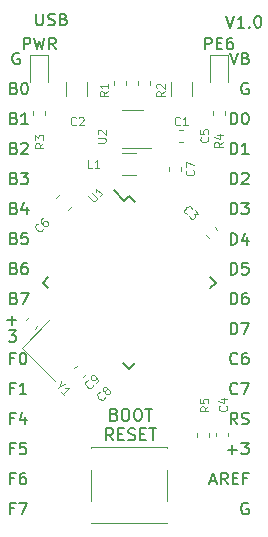
<source format=gbr>
G04 #@! TF.GenerationSoftware,KiCad,Pcbnew,(5.1.5)-3*
G04 #@! TF.CreationDate,2021-02-11T22:25:29+01:00*
G04 #@! TF.ProjectId,20210211_eduino,32303231-3032-4313-915f-656475696e6f,v1.0*
G04 #@! TF.SameCoordinates,Original*
G04 #@! TF.FileFunction,Legend,Top*
G04 #@! TF.FilePolarity,Positive*
%FSLAX46Y46*%
G04 Gerber Fmt 4.6, Leading zero omitted, Abs format (unit mm)*
G04 Created by KiCad (PCBNEW (5.1.5)-3) date 2021-02-11 22:25:29*
%MOMM*%
%LPD*%
G04 APERTURE LIST*
%ADD10C,0.150000*%
%ADD11C,0.120000*%
G04 APERTURE END LIST*
D10*
X147342857Y-122801571D02*
X147485714Y-122849190D01*
X147533333Y-122896809D01*
X147580952Y-122992047D01*
X147580952Y-123134904D01*
X147533333Y-123230142D01*
X147485714Y-123277761D01*
X147390476Y-123325380D01*
X147009523Y-123325380D01*
X147009523Y-122325380D01*
X147342857Y-122325380D01*
X147438095Y-122373000D01*
X147485714Y-122420619D01*
X147533333Y-122515857D01*
X147533333Y-122611095D01*
X147485714Y-122706333D01*
X147438095Y-122753952D01*
X147342857Y-122801571D01*
X147009523Y-122801571D01*
X148200000Y-122325380D02*
X148390476Y-122325380D01*
X148485714Y-122373000D01*
X148580952Y-122468238D01*
X148628571Y-122658714D01*
X148628571Y-122992047D01*
X148580952Y-123182523D01*
X148485714Y-123277761D01*
X148390476Y-123325380D01*
X148200000Y-123325380D01*
X148104761Y-123277761D01*
X148009523Y-123182523D01*
X147961904Y-122992047D01*
X147961904Y-122658714D01*
X148009523Y-122468238D01*
X148104761Y-122373000D01*
X148200000Y-122325380D01*
X149247619Y-122325380D02*
X149438095Y-122325380D01*
X149533333Y-122373000D01*
X149628571Y-122468238D01*
X149676190Y-122658714D01*
X149676190Y-122992047D01*
X149628571Y-123182523D01*
X149533333Y-123277761D01*
X149438095Y-123325380D01*
X149247619Y-123325380D01*
X149152380Y-123277761D01*
X149057142Y-123182523D01*
X149009523Y-122992047D01*
X149009523Y-122658714D01*
X149057142Y-122468238D01*
X149152380Y-122373000D01*
X149247619Y-122325380D01*
X149961904Y-122325380D02*
X150533333Y-122325380D01*
X150247619Y-123325380D02*
X150247619Y-122325380D01*
X147247619Y-124975380D02*
X146914285Y-124499190D01*
X146676190Y-124975380D02*
X146676190Y-123975380D01*
X147057142Y-123975380D01*
X147152380Y-124023000D01*
X147200000Y-124070619D01*
X147247619Y-124165857D01*
X147247619Y-124308714D01*
X147200000Y-124403952D01*
X147152380Y-124451571D01*
X147057142Y-124499190D01*
X146676190Y-124499190D01*
X147676190Y-124451571D02*
X148009523Y-124451571D01*
X148152380Y-124975380D02*
X147676190Y-124975380D01*
X147676190Y-123975380D01*
X148152380Y-123975380D01*
X148533333Y-124927761D02*
X148676190Y-124975380D01*
X148914285Y-124975380D01*
X149009523Y-124927761D01*
X149057142Y-124880142D01*
X149104761Y-124784904D01*
X149104761Y-124689666D01*
X149057142Y-124594428D01*
X149009523Y-124546809D01*
X148914285Y-124499190D01*
X148723809Y-124451571D01*
X148628571Y-124403952D01*
X148580952Y-124356333D01*
X148533333Y-124261095D01*
X148533333Y-124165857D01*
X148580952Y-124070619D01*
X148628571Y-124023000D01*
X148723809Y-123975380D01*
X148961904Y-123975380D01*
X149104761Y-124023000D01*
X149533333Y-124451571D02*
X149866666Y-124451571D01*
X150009523Y-124975380D02*
X149533333Y-124975380D01*
X149533333Y-123975380D01*
X150009523Y-123975380D01*
X150295238Y-123975380D02*
X150866666Y-123975380D01*
X150580952Y-124975380D02*
X150580952Y-123975380D01*
X138285595Y-114821428D02*
X139047500Y-114821428D01*
X138666547Y-115202380D02*
X138666547Y-114440476D01*
X155009523Y-91892380D02*
X155009523Y-90892380D01*
X155390476Y-90892380D01*
X155485714Y-90940000D01*
X155533333Y-90987619D01*
X155580952Y-91082857D01*
X155580952Y-91225714D01*
X155533333Y-91320952D01*
X155485714Y-91368571D01*
X155390476Y-91416190D01*
X155009523Y-91416190D01*
X156009523Y-91368571D02*
X156342857Y-91368571D01*
X156485714Y-91892380D02*
X156009523Y-91892380D01*
X156009523Y-90892380D01*
X156485714Y-90892380D01*
X157342857Y-90892380D02*
X157152380Y-90892380D01*
X157057142Y-90940000D01*
X157009523Y-90987619D01*
X156914285Y-91130476D01*
X156866666Y-91320952D01*
X156866666Y-91701904D01*
X156914285Y-91797142D01*
X156961904Y-91844761D01*
X157057142Y-91892380D01*
X157247619Y-91892380D01*
X157342857Y-91844761D01*
X157390476Y-91797142D01*
X157438095Y-91701904D01*
X157438095Y-91463809D01*
X157390476Y-91368571D01*
X157342857Y-91320952D01*
X157247619Y-91273333D01*
X157057142Y-91273333D01*
X156961904Y-91320952D01*
X156914285Y-91368571D01*
X156866666Y-91463809D01*
X139666666Y-91892380D02*
X139666666Y-90892380D01*
X140047619Y-90892380D01*
X140142857Y-90940000D01*
X140190476Y-90987619D01*
X140238095Y-91082857D01*
X140238095Y-91225714D01*
X140190476Y-91320952D01*
X140142857Y-91368571D01*
X140047619Y-91416190D01*
X139666666Y-91416190D01*
X140571428Y-90892380D02*
X140809523Y-91892380D01*
X141000000Y-91178095D01*
X141190476Y-91892380D01*
X141428571Y-90892380D01*
X142380952Y-91892380D02*
X142047619Y-91416190D01*
X141809523Y-91892380D02*
X141809523Y-90892380D01*
X142190476Y-90892380D01*
X142285714Y-90940000D01*
X142333333Y-90987619D01*
X142380952Y-91082857D01*
X142380952Y-91225714D01*
X142333333Y-91320952D01*
X142285714Y-91368571D01*
X142190476Y-91416190D01*
X141809523Y-91416190D01*
X140738095Y-88852380D02*
X140738095Y-89661904D01*
X140785714Y-89757142D01*
X140833333Y-89804761D01*
X140928571Y-89852380D01*
X141119047Y-89852380D01*
X141214285Y-89804761D01*
X141261904Y-89757142D01*
X141309523Y-89661904D01*
X141309523Y-88852380D01*
X141738095Y-89804761D02*
X141880952Y-89852380D01*
X142119047Y-89852380D01*
X142214285Y-89804761D01*
X142261904Y-89757142D01*
X142309523Y-89661904D01*
X142309523Y-89566666D01*
X142261904Y-89471428D01*
X142214285Y-89423809D01*
X142119047Y-89376190D01*
X141928571Y-89328571D01*
X141833333Y-89280952D01*
X141785714Y-89233333D01*
X141738095Y-89138095D01*
X141738095Y-89042857D01*
X141785714Y-88947619D01*
X141833333Y-88900000D01*
X141928571Y-88852380D01*
X142166666Y-88852380D01*
X142309523Y-88900000D01*
X143071428Y-89328571D02*
X143214285Y-89376190D01*
X143261904Y-89423809D01*
X143309523Y-89519047D01*
X143309523Y-89661904D01*
X143261904Y-89757142D01*
X143214285Y-89804761D01*
X143119047Y-89852380D01*
X142738095Y-89852380D01*
X142738095Y-88852380D01*
X143071428Y-88852380D01*
X143166666Y-88900000D01*
X143214285Y-88947619D01*
X143261904Y-89042857D01*
X143261904Y-89138095D01*
X143214285Y-89233333D01*
X143166666Y-89280952D01*
X143071428Y-89328571D01*
X142738095Y-89328571D01*
X156826190Y-89052380D02*
X157159523Y-90052380D01*
X157492857Y-89052380D01*
X158350000Y-90052380D02*
X157778571Y-90052380D01*
X158064285Y-90052380D02*
X158064285Y-89052380D01*
X157969047Y-89195238D01*
X157873809Y-89290476D01*
X157778571Y-89338095D01*
X158778571Y-89957142D02*
X158826190Y-90004761D01*
X158778571Y-90052380D01*
X158730952Y-90004761D01*
X158778571Y-89957142D01*
X158778571Y-90052380D01*
X159445238Y-89052380D02*
X159540476Y-89052380D01*
X159635714Y-89100000D01*
X159683333Y-89147619D01*
X159730952Y-89242857D01*
X159778571Y-89433333D01*
X159778571Y-89671428D01*
X159730952Y-89861904D01*
X159683333Y-89957142D01*
X159635714Y-90004761D01*
X159540476Y-90052380D01*
X159445238Y-90052380D01*
X159350000Y-90004761D01*
X159302380Y-89957142D01*
X159254761Y-89861904D01*
X159207142Y-89671428D01*
X159207142Y-89433333D01*
X159254761Y-89242857D01*
X159302380Y-89147619D01*
X159350000Y-89100000D01*
X159445238Y-89052380D01*
X139289404Y-92210000D02*
X139194166Y-92162380D01*
X139051309Y-92162380D01*
X138908452Y-92210000D01*
X138813214Y-92305238D01*
X138765595Y-92400476D01*
X138717976Y-92590952D01*
X138717976Y-92733809D01*
X138765595Y-92924285D01*
X138813214Y-93019523D01*
X138908452Y-93114761D01*
X139051309Y-93162380D01*
X139146547Y-93162380D01*
X139289404Y-93114761D01*
X139337023Y-93067142D01*
X139337023Y-92733809D01*
X139146547Y-92733809D01*
X138390357Y-115652380D02*
X139009404Y-115652380D01*
X138676071Y-116033333D01*
X138818928Y-116033333D01*
X138914166Y-116080952D01*
X138961785Y-116128571D01*
X139009404Y-116223809D01*
X139009404Y-116461904D01*
X138961785Y-116557142D01*
X138914166Y-116604761D01*
X138818928Y-116652380D01*
X138533214Y-116652380D01*
X138437976Y-116604761D01*
X138390357Y-116557142D01*
X138844928Y-95178571D02*
X138987785Y-95226190D01*
X139035404Y-95273809D01*
X139083023Y-95369047D01*
X139083023Y-95511904D01*
X139035404Y-95607142D01*
X138987785Y-95654761D01*
X138892547Y-95702380D01*
X138511595Y-95702380D01*
X138511595Y-94702380D01*
X138844928Y-94702380D01*
X138940166Y-94750000D01*
X138987785Y-94797619D01*
X139035404Y-94892857D01*
X139035404Y-94988095D01*
X138987785Y-95083333D01*
X138940166Y-95130952D01*
X138844928Y-95178571D01*
X138511595Y-95178571D01*
X139702071Y-94702380D02*
X139797309Y-94702380D01*
X139892547Y-94750000D01*
X139940166Y-94797619D01*
X139987785Y-94892857D01*
X140035404Y-95083333D01*
X140035404Y-95321428D01*
X139987785Y-95511904D01*
X139940166Y-95607142D01*
X139892547Y-95654761D01*
X139797309Y-95702380D01*
X139702071Y-95702380D01*
X139606833Y-95654761D01*
X139559214Y-95607142D01*
X139511595Y-95511904D01*
X139463976Y-95321428D01*
X139463976Y-95083333D01*
X139511595Y-94892857D01*
X139559214Y-94797619D01*
X139606833Y-94750000D01*
X139702071Y-94702380D01*
X138844928Y-97718571D02*
X138987785Y-97766190D01*
X139035404Y-97813809D01*
X139083023Y-97909047D01*
X139083023Y-98051904D01*
X139035404Y-98147142D01*
X138987785Y-98194761D01*
X138892547Y-98242380D01*
X138511595Y-98242380D01*
X138511595Y-97242380D01*
X138844928Y-97242380D01*
X138940166Y-97290000D01*
X138987785Y-97337619D01*
X139035404Y-97432857D01*
X139035404Y-97528095D01*
X138987785Y-97623333D01*
X138940166Y-97670952D01*
X138844928Y-97718571D01*
X138511595Y-97718571D01*
X140035404Y-98242380D02*
X139463976Y-98242380D01*
X139749690Y-98242380D02*
X139749690Y-97242380D01*
X139654452Y-97385238D01*
X139559214Y-97480476D01*
X139463976Y-97528095D01*
X138844928Y-100258571D02*
X138987785Y-100306190D01*
X139035404Y-100353809D01*
X139083023Y-100449047D01*
X139083023Y-100591904D01*
X139035404Y-100687142D01*
X138987785Y-100734761D01*
X138892547Y-100782380D01*
X138511595Y-100782380D01*
X138511595Y-99782380D01*
X138844928Y-99782380D01*
X138940166Y-99830000D01*
X138987785Y-99877619D01*
X139035404Y-99972857D01*
X139035404Y-100068095D01*
X138987785Y-100163333D01*
X138940166Y-100210952D01*
X138844928Y-100258571D01*
X138511595Y-100258571D01*
X139463976Y-99877619D02*
X139511595Y-99830000D01*
X139606833Y-99782380D01*
X139844928Y-99782380D01*
X139940166Y-99830000D01*
X139987785Y-99877619D01*
X140035404Y-99972857D01*
X140035404Y-100068095D01*
X139987785Y-100210952D01*
X139416357Y-100782380D01*
X140035404Y-100782380D01*
X138844928Y-102798571D02*
X138987785Y-102846190D01*
X139035404Y-102893809D01*
X139083023Y-102989047D01*
X139083023Y-103131904D01*
X139035404Y-103227142D01*
X138987785Y-103274761D01*
X138892547Y-103322380D01*
X138511595Y-103322380D01*
X138511595Y-102322380D01*
X138844928Y-102322380D01*
X138940166Y-102370000D01*
X138987785Y-102417619D01*
X139035404Y-102512857D01*
X139035404Y-102608095D01*
X138987785Y-102703333D01*
X138940166Y-102750952D01*
X138844928Y-102798571D01*
X138511595Y-102798571D01*
X139416357Y-102322380D02*
X140035404Y-102322380D01*
X139702071Y-102703333D01*
X139844928Y-102703333D01*
X139940166Y-102750952D01*
X139987785Y-102798571D01*
X140035404Y-102893809D01*
X140035404Y-103131904D01*
X139987785Y-103227142D01*
X139940166Y-103274761D01*
X139844928Y-103322380D01*
X139559214Y-103322380D01*
X139463976Y-103274761D01*
X139416357Y-103227142D01*
X138844928Y-105338571D02*
X138987785Y-105386190D01*
X139035404Y-105433809D01*
X139083023Y-105529047D01*
X139083023Y-105671904D01*
X139035404Y-105767142D01*
X138987785Y-105814761D01*
X138892547Y-105862380D01*
X138511595Y-105862380D01*
X138511595Y-104862380D01*
X138844928Y-104862380D01*
X138940166Y-104910000D01*
X138987785Y-104957619D01*
X139035404Y-105052857D01*
X139035404Y-105148095D01*
X138987785Y-105243333D01*
X138940166Y-105290952D01*
X138844928Y-105338571D01*
X138511595Y-105338571D01*
X139940166Y-105195714D02*
X139940166Y-105862380D01*
X139702071Y-104814761D02*
X139463976Y-105529047D01*
X140083023Y-105529047D01*
X138844928Y-107878571D02*
X138987785Y-107926190D01*
X139035404Y-107973809D01*
X139083023Y-108069047D01*
X139083023Y-108211904D01*
X139035404Y-108307142D01*
X138987785Y-108354761D01*
X138892547Y-108402380D01*
X138511595Y-108402380D01*
X138511595Y-107402380D01*
X138844928Y-107402380D01*
X138940166Y-107450000D01*
X138987785Y-107497619D01*
X139035404Y-107592857D01*
X139035404Y-107688095D01*
X138987785Y-107783333D01*
X138940166Y-107830952D01*
X138844928Y-107878571D01*
X138511595Y-107878571D01*
X139987785Y-107402380D02*
X139511595Y-107402380D01*
X139463976Y-107878571D01*
X139511595Y-107830952D01*
X139606833Y-107783333D01*
X139844928Y-107783333D01*
X139940166Y-107830952D01*
X139987785Y-107878571D01*
X140035404Y-107973809D01*
X140035404Y-108211904D01*
X139987785Y-108307142D01*
X139940166Y-108354761D01*
X139844928Y-108402380D01*
X139606833Y-108402380D01*
X139511595Y-108354761D01*
X139463976Y-108307142D01*
X138844928Y-110418571D02*
X138987785Y-110466190D01*
X139035404Y-110513809D01*
X139083023Y-110609047D01*
X139083023Y-110751904D01*
X139035404Y-110847142D01*
X138987785Y-110894761D01*
X138892547Y-110942380D01*
X138511595Y-110942380D01*
X138511595Y-109942380D01*
X138844928Y-109942380D01*
X138940166Y-109990000D01*
X138987785Y-110037619D01*
X139035404Y-110132857D01*
X139035404Y-110228095D01*
X138987785Y-110323333D01*
X138940166Y-110370952D01*
X138844928Y-110418571D01*
X138511595Y-110418571D01*
X139940166Y-109942380D02*
X139749690Y-109942380D01*
X139654452Y-109990000D01*
X139606833Y-110037619D01*
X139511595Y-110180476D01*
X139463976Y-110370952D01*
X139463976Y-110751904D01*
X139511595Y-110847142D01*
X139559214Y-110894761D01*
X139654452Y-110942380D01*
X139844928Y-110942380D01*
X139940166Y-110894761D01*
X139987785Y-110847142D01*
X140035404Y-110751904D01*
X140035404Y-110513809D01*
X139987785Y-110418571D01*
X139940166Y-110370952D01*
X139844928Y-110323333D01*
X139654452Y-110323333D01*
X139559214Y-110370952D01*
X139511595Y-110418571D01*
X139463976Y-110513809D01*
X138844928Y-112958571D02*
X138987785Y-113006190D01*
X139035404Y-113053809D01*
X139083023Y-113149047D01*
X139083023Y-113291904D01*
X139035404Y-113387142D01*
X138987785Y-113434761D01*
X138892547Y-113482380D01*
X138511595Y-113482380D01*
X138511595Y-112482380D01*
X138844928Y-112482380D01*
X138940166Y-112530000D01*
X138987785Y-112577619D01*
X139035404Y-112672857D01*
X139035404Y-112768095D01*
X138987785Y-112863333D01*
X138940166Y-112910952D01*
X138844928Y-112958571D01*
X138511595Y-112958571D01*
X139416357Y-112482380D02*
X140083023Y-112482380D01*
X139654452Y-113482380D01*
X138844928Y-118038571D02*
X138511595Y-118038571D01*
X138511595Y-118562380D02*
X138511595Y-117562380D01*
X138987785Y-117562380D01*
X139559214Y-117562380D02*
X139654452Y-117562380D01*
X139749690Y-117610000D01*
X139797309Y-117657619D01*
X139844928Y-117752857D01*
X139892547Y-117943333D01*
X139892547Y-118181428D01*
X139844928Y-118371904D01*
X139797309Y-118467142D01*
X139749690Y-118514761D01*
X139654452Y-118562380D01*
X139559214Y-118562380D01*
X139463976Y-118514761D01*
X139416357Y-118467142D01*
X139368738Y-118371904D01*
X139321119Y-118181428D01*
X139321119Y-117943333D01*
X139368738Y-117752857D01*
X139416357Y-117657619D01*
X139463976Y-117610000D01*
X139559214Y-117562380D01*
X138844928Y-120578571D02*
X138511595Y-120578571D01*
X138511595Y-121102380D02*
X138511595Y-120102380D01*
X138987785Y-120102380D01*
X139892547Y-121102380D02*
X139321119Y-121102380D01*
X139606833Y-121102380D02*
X139606833Y-120102380D01*
X139511595Y-120245238D01*
X139416357Y-120340476D01*
X139321119Y-120388095D01*
X138844928Y-123118571D02*
X138511595Y-123118571D01*
X138511595Y-123642380D02*
X138511595Y-122642380D01*
X138987785Y-122642380D01*
X139797309Y-122975714D02*
X139797309Y-123642380D01*
X139559214Y-122594761D02*
X139321119Y-123309047D01*
X139940166Y-123309047D01*
X138844928Y-125658571D02*
X138511595Y-125658571D01*
X138511595Y-126182380D02*
X138511595Y-125182380D01*
X138987785Y-125182380D01*
X139844928Y-125182380D02*
X139368738Y-125182380D01*
X139321119Y-125658571D01*
X139368738Y-125610952D01*
X139463976Y-125563333D01*
X139702071Y-125563333D01*
X139797309Y-125610952D01*
X139844928Y-125658571D01*
X139892547Y-125753809D01*
X139892547Y-125991904D01*
X139844928Y-126087142D01*
X139797309Y-126134761D01*
X139702071Y-126182380D01*
X139463976Y-126182380D01*
X139368738Y-126134761D01*
X139321119Y-126087142D01*
X138844928Y-128198571D02*
X138511595Y-128198571D01*
X138511595Y-128722380D02*
X138511595Y-127722380D01*
X138987785Y-127722380D01*
X139797309Y-127722380D02*
X139606833Y-127722380D01*
X139511595Y-127770000D01*
X139463976Y-127817619D01*
X139368738Y-127960476D01*
X139321119Y-128150952D01*
X139321119Y-128531904D01*
X139368738Y-128627142D01*
X139416357Y-128674761D01*
X139511595Y-128722380D01*
X139702071Y-128722380D01*
X139797309Y-128674761D01*
X139844928Y-128627142D01*
X139892547Y-128531904D01*
X139892547Y-128293809D01*
X139844928Y-128198571D01*
X139797309Y-128150952D01*
X139702071Y-128103333D01*
X139511595Y-128103333D01*
X139416357Y-128150952D01*
X139368738Y-128198571D01*
X139321119Y-128293809D01*
X138844928Y-130738571D02*
X138511595Y-130738571D01*
X138511595Y-131262380D02*
X138511595Y-130262380D01*
X138987785Y-130262380D01*
X139273500Y-130262380D02*
X139940166Y-130262380D01*
X139511595Y-131262380D01*
X158664404Y-130310000D02*
X158569166Y-130262380D01*
X158426309Y-130262380D01*
X158283452Y-130310000D01*
X158188214Y-130405238D01*
X158140595Y-130500476D01*
X158092976Y-130690952D01*
X158092976Y-130833809D01*
X158140595Y-131024285D01*
X158188214Y-131119523D01*
X158283452Y-131214761D01*
X158426309Y-131262380D01*
X158521547Y-131262380D01*
X158664404Y-131214761D01*
X158712023Y-131167142D01*
X158712023Y-130833809D01*
X158521547Y-130833809D01*
X155473928Y-128436666D02*
X155950119Y-128436666D01*
X155378690Y-128722380D02*
X155712023Y-127722380D01*
X156045357Y-128722380D01*
X156950119Y-128722380D02*
X156616785Y-128246190D01*
X156378690Y-128722380D02*
X156378690Y-127722380D01*
X156759642Y-127722380D01*
X156854880Y-127770000D01*
X156902500Y-127817619D01*
X156950119Y-127912857D01*
X156950119Y-128055714D01*
X156902500Y-128150952D01*
X156854880Y-128198571D01*
X156759642Y-128246190D01*
X156378690Y-128246190D01*
X157378690Y-128198571D02*
X157712023Y-128198571D01*
X157854880Y-128722380D02*
X157378690Y-128722380D01*
X157378690Y-127722380D01*
X157854880Y-127722380D01*
X158616785Y-128198571D02*
X158283452Y-128198571D01*
X158283452Y-128722380D02*
X158283452Y-127722380D01*
X158759642Y-127722380D01*
X156950119Y-125801428D02*
X157712023Y-125801428D01*
X157331071Y-126182380D02*
X157331071Y-125420476D01*
X158092976Y-125182380D02*
X158712023Y-125182380D01*
X158378690Y-125563333D01*
X158521547Y-125563333D01*
X158616785Y-125610952D01*
X158664404Y-125658571D01*
X158712023Y-125753809D01*
X158712023Y-125991904D01*
X158664404Y-126087142D01*
X158616785Y-126134761D01*
X158521547Y-126182380D01*
X158235833Y-126182380D01*
X158140595Y-126134761D01*
X158092976Y-126087142D01*
X157759642Y-123642380D02*
X157426309Y-123166190D01*
X157188214Y-123642380D02*
X157188214Y-122642380D01*
X157569166Y-122642380D01*
X157664404Y-122690000D01*
X157712023Y-122737619D01*
X157759642Y-122832857D01*
X157759642Y-122975714D01*
X157712023Y-123070952D01*
X157664404Y-123118571D01*
X157569166Y-123166190D01*
X157188214Y-123166190D01*
X158140595Y-123594761D02*
X158283452Y-123642380D01*
X158521547Y-123642380D01*
X158616785Y-123594761D01*
X158664404Y-123547142D01*
X158712023Y-123451904D01*
X158712023Y-123356666D01*
X158664404Y-123261428D01*
X158616785Y-123213809D01*
X158521547Y-123166190D01*
X158331071Y-123118571D01*
X158235833Y-123070952D01*
X158188214Y-123023333D01*
X158140595Y-122928095D01*
X158140595Y-122832857D01*
X158188214Y-122737619D01*
X158235833Y-122690000D01*
X158331071Y-122642380D01*
X158569166Y-122642380D01*
X158712023Y-122690000D01*
X157759642Y-121007142D02*
X157712023Y-121054761D01*
X157569166Y-121102380D01*
X157473928Y-121102380D01*
X157331071Y-121054761D01*
X157235833Y-120959523D01*
X157188214Y-120864285D01*
X157140595Y-120673809D01*
X157140595Y-120530952D01*
X157188214Y-120340476D01*
X157235833Y-120245238D01*
X157331071Y-120150000D01*
X157473928Y-120102380D01*
X157569166Y-120102380D01*
X157712023Y-120150000D01*
X157759642Y-120197619D01*
X158092976Y-120102380D02*
X158759642Y-120102380D01*
X158331071Y-121102380D01*
X157759642Y-118467142D02*
X157712023Y-118514761D01*
X157569166Y-118562380D01*
X157473928Y-118562380D01*
X157331071Y-118514761D01*
X157235833Y-118419523D01*
X157188214Y-118324285D01*
X157140595Y-118133809D01*
X157140595Y-117990952D01*
X157188214Y-117800476D01*
X157235833Y-117705238D01*
X157331071Y-117610000D01*
X157473928Y-117562380D01*
X157569166Y-117562380D01*
X157712023Y-117610000D01*
X157759642Y-117657619D01*
X158616785Y-117562380D02*
X158426309Y-117562380D01*
X158331071Y-117610000D01*
X158283452Y-117657619D01*
X158188214Y-117800476D01*
X158140595Y-117990952D01*
X158140595Y-118371904D01*
X158188214Y-118467142D01*
X158235833Y-118514761D01*
X158331071Y-118562380D01*
X158521547Y-118562380D01*
X158616785Y-118514761D01*
X158664404Y-118467142D01*
X158712023Y-118371904D01*
X158712023Y-118133809D01*
X158664404Y-118038571D01*
X158616785Y-117990952D01*
X158521547Y-117943333D01*
X158331071Y-117943333D01*
X158235833Y-117990952D01*
X158188214Y-118038571D01*
X158140595Y-118133809D01*
X157188214Y-116022380D02*
X157188214Y-115022380D01*
X157426309Y-115022380D01*
X157569166Y-115070000D01*
X157664404Y-115165238D01*
X157712023Y-115260476D01*
X157759642Y-115450952D01*
X157759642Y-115593809D01*
X157712023Y-115784285D01*
X157664404Y-115879523D01*
X157569166Y-115974761D01*
X157426309Y-116022380D01*
X157188214Y-116022380D01*
X158092976Y-115022380D02*
X158759642Y-115022380D01*
X158331071Y-116022380D01*
X157188214Y-113482380D02*
X157188214Y-112482380D01*
X157426309Y-112482380D01*
X157569166Y-112530000D01*
X157664404Y-112625238D01*
X157712023Y-112720476D01*
X157759642Y-112910952D01*
X157759642Y-113053809D01*
X157712023Y-113244285D01*
X157664404Y-113339523D01*
X157569166Y-113434761D01*
X157426309Y-113482380D01*
X157188214Y-113482380D01*
X158616785Y-112482380D02*
X158426309Y-112482380D01*
X158331071Y-112530000D01*
X158283452Y-112577619D01*
X158188214Y-112720476D01*
X158140595Y-112910952D01*
X158140595Y-113291904D01*
X158188214Y-113387142D01*
X158235833Y-113434761D01*
X158331071Y-113482380D01*
X158521547Y-113482380D01*
X158616785Y-113434761D01*
X158664404Y-113387142D01*
X158712023Y-113291904D01*
X158712023Y-113053809D01*
X158664404Y-112958571D01*
X158616785Y-112910952D01*
X158521547Y-112863333D01*
X158331071Y-112863333D01*
X158235833Y-112910952D01*
X158188214Y-112958571D01*
X158140595Y-113053809D01*
X157188214Y-110952380D02*
X157188214Y-109952380D01*
X157426309Y-109952380D01*
X157569166Y-110000000D01*
X157664404Y-110095238D01*
X157712023Y-110190476D01*
X157759642Y-110380952D01*
X157759642Y-110523809D01*
X157712023Y-110714285D01*
X157664404Y-110809523D01*
X157569166Y-110904761D01*
X157426309Y-110952380D01*
X157188214Y-110952380D01*
X158664404Y-109952380D02*
X158188214Y-109952380D01*
X158140595Y-110428571D01*
X158188214Y-110380952D01*
X158283452Y-110333333D01*
X158521547Y-110333333D01*
X158616785Y-110380952D01*
X158664404Y-110428571D01*
X158712023Y-110523809D01*
X158712023Y-110761904D01*
X158664404Y-110857142D01*
X158616785Y-110904761D01*
X158521547Y-110952380D01*
X158283452Y-110952380D01*
X158188214Y-110904761D01*
X158140595Y-110857142D01*
X157188214Y-108452380D02*
X157188214Y-107452380D01*
X157426309Y-107452380D01*
X157569166Y-107500000D01*
X157664404Y-107595238D01*
X157712023Y-107690476D01*
X157759642Y-107880952D01*
X157759642Y-108023809D01*
X157712023Y-108214285D01*
X157664404Y-108309523D01*
X157569166Y-108404761D01*
X157426309Y-108452380D01*
X157188214Y-108452380D01*
X158616785Y-107785714D02*
X158616785Y-108452380D01*
X158378690Y-107404761D02*
X158140595Y-108119047D01*
X158759642Y-108119047D01*
X157188214Y-105862380D02*
X157188214Y-104862380D01*
X157426309Y-104862380D01*
X157569166Y-104910000D01*
X157664404Y-105005238D01*
X157712023Y-105100476D01*
X157759642Y-105290952D01*
X157759642Y-105433809D01*
X157712023Y-105624285D01*
X157664404Y-105719523D01*
X157569166Y-105814761D01*
X157426309Y-105862380D01*
X157188214Y-105862380D01*
X158092976Y-104862380D02*
X158712023Y-104862380D01*
X158378690Y-105243333D01*
X158521547Y-105243333D01*
X158616785Y-105290952D01*
X158664404Y-105338571D01*
X158712023Y-105433809D01*
X158712023Y-105671904D01*
X158664404Y-105767142D01*
X158616785Y-105814761D01*
X158521547Y-105862380D01*
X158235833Y-105862380D01*
X158140595Y-105814761D01*
X158092976Y-105767142D01*
X157192214Y-103322380D02*
X157192214Y-102322380D01*
X157430309Y-102322380D01*
X157573166Y-102370000D01*
X157668404Y-102465238D01*
X157716023Y-102560476D01*
X157763642Y-102750952D01*
X157763642Y-102893809D01*
X157716023Y-103084285D01*
X157668404Y-103179523D01*
X157573166Y-103274761D01*
X157430309Y-103322380D01*
X157192214Y-103322380D01*
X158144595Y-102417619D02*
X158192214Y-102370000D01*
X158287452Y-102322380D01*
X158525547Y-102322380D01*
X158620785Y-102370000D01*
X158668404Y-102417619D01*
X158716023Y-102512857D01*
X158716023Y-102608095D01*
X158668404Y-102750952D01*
X158096976Y-103322380D01*
X158716023Y-103322380D01*
X157192214Y-100782380D02*
X157192214Y-99782380D01*
X157430309Y-99782380D01*
X157573166Y-99830000D01*
X157668404Y-99925238D01*
X157716023Y-100020476D01*
X157763642Y-100210952D01*
X157763642Y-100353809D01*
X157716023Y-100544285D01*
X157668404Y-100639523D01*
X157573166Y-100734761D01*
X157430309Y-100782380D01*
X157192214Y-100782380D01*
X158716023Y-100782380D02*
X158144595Y-100782380D01*
X158430309Y-100782380D02*
X158430309Y-99782380D01*
X158335071Y-99925238D01*
X158239833Y-100020476D01*
X158144595Y-100068095D01*
X157192214Y-98242380D02*
X157192214Y-97242380D01*
X157430309Y-97242380D01*
X157573166Y-97290000D01*
X157668404Y-97385238D01*
X157716023Y-97480476D01*
X157763642Y-97670952D01*
X157763642Y-97813809D01*
X157716023Y-98004285D01*
X157668404Y-98099523D01*
X157573166Y-98194761D01*
X157430309Y-98242380D01*
X157192214Y-98242380D01*
X158382690Y-97242380D02*
X158477928Y-97242380D01*
X158573166Y-97290000D01*
X158620785Y-97337619D01*
X158668404Y-97432857D01*
X158716023Y-97623333D01*
X158716023Y-97861428D01*
X158668404Y-98051904D01*
X158620785Y-98147142D01*
X158573166Y-98194761D01*
X158477928Y-98242380D01*
X158382690Y-98242380D01*
X158287452Y-98194761D01*
X158239833Y-98147142D01*
X158192214Y-98051904D01*
X158144595Y-97861428D01*
X158144595Y-97623333D01*
X158192214Y-97432857D01*
X158239833Y-97337619D01*
X158287452Y-97290000D01*
X158382690Y-97242380D01*
X158668404Y-94750000D02*
X158573166Y-94702380D01*
X158430309Y-94702380D01*
X158287452Y-94750000D01*
X158192214Y-94845238D01*
X158144595Y-94940476D01*
X158096976Y-95130952D01*
X158096976Y-95273809D01*
X158144595Y-95464285D01*
X158192214Y-95559523D01*
X158287452Y-95654761D01*
X158430309Y-95702380D01*
X158525547Y-95702380D01*
X158668404Y-95654761D01*
X158716023Y-95607142D01*
X158716023Y-95273809D01*
X158525547Y-95273809D01*
X157140595Y-92162380D02*
X157473928Y-93162380D01*
X157807261Y-92162380D01*
X158473928Y-92638571D02*
X158616785Y-92686190D01*
X158664404Y-92733809D01*
X158712023Y-92829047D01*
X158712023Y-92971904D01*
X158664404Y-93067142D01*
X158616785Y-93114761D01*
X158521547Y-93162380D01*
X158140595Y-93162380D01*
X158140595Y-92162380D01*
X158473928Y-92162380D01*
X158569166Y-92210000D01*
X158616785Y-92257619D01*
X158664404Y-92352857D01*
X158664404Y-92448095D01*
X158616785Y-92543333D01*
X158569166Y-92590952D01*
X158473928Y-92638571D01*
X158140595Y-92638571D01*
D11*
X152799721Y-99697000D02*
X153125279Y-99697000D01*
X152799721Y-98677000D02*
X153125279Y-98677000D01*
X148000000Y-100210000D02*
X150450000Y-100210000D01*
X149800000Y-96990000D02*
X148000000Y-96990000D01*
X139519060Y-117152513D02*
X142347487Y-119980940D01*
X141852513Y-114819060D02*
X139519060Y-117152513D01*
D10*
X148193414Y-104721031D02*
X147291852Y-103819470D01*
X155918555Y-111633000D02*
X155441258Y-111155703D01*
X148600000Y-118951555D02*
X148122703Y-118474258D01*
X141281445Y-111633000D02*
X141758742Y-112110297D01*
X148600000Y-104314445D02*
X149077297Y-104791742D01*
X141281445Y-111633000D02*
X141758742Y-111155703D01*
X148600000Y-118951555D02*
X149077297Y-118474258D01*
X155918555Y-111633000D02*
X155441258Y-112110297D01*
X148600000Y-104314445D02*
X148193414Y-104721031D01*
D11*
X155396000Y-124667279D02*
X155396000Y-124341721D01*
X154376000Y-124667279D02*
X154376000Y-124341721D01*
X156720000Y-97470279D02*
X156720000Y-97144721D01*
X155700000Y-97470279D02*
X155700000Y-97144721D01*
X141480000Y-97419279D02*
X141480000Y-97093721D01*
X140460000Y-97419279D02*
X140460000Y-97093721D01*
X155475000Y-92342500D02*
X155475000Y-94627500D01*
X156945000Y-92342500D02*
X155475000Y-92342500D01*
X156945000Y-94627500D02*
X156945000Y-92342500D01*
X140104478Y-114574273D02*
X139874273Y-114804478D01*
X140825727Y-115295522D02*
X140595522Y-115525727D01*
X144695522Y-119625727D02*
X144925727Y-119395522D01*
X143974273Y-118904478D02*
X144204478Y-118674273D01*
X152973500Y-102143779D02*
X152973500Y-101818221D01*
X151953500Y-102143779D02*
X151953500Y-101818221D01*
X143412617Y-105495475D02*
X143778301Y-105129791D01*
X142408525Y-104491383D02*
X142774209Y-104125699D01*
X157010000Y-124662779D02*
X157010000Y-124337221D01*
X155990000Y-124662779D02*
X155990000Y-124337221D01*
X156075727Y-107154478D02*
X155845522Y-106924273D01*
X155354478Y-107875727D02*
X155124273Y-107645522D01*
X145055000Y-95852064D02*
X145055000Y-94647936D01*
X143235000Y-95852064D02*
X143235000Y-94647936D01*
X151820000Y-125570000D02*
X145360000Y-125570000D01*
X151820000Y-130100000D02*
X151820000Y-127500000D01*
X151820000Y-132030000D02*
X145360000Y-132030000D01*
X145360000Y-130100000D02*
X145360000Y-127500000D01*
X151820000Y-132000000D02*
X151820000Y-132030000D01*
X151820000Y-125570000D02*
X151820000Y-125600000D01*
X145360000Y-125570000D02*
X145360000Y-125600000D01*
X145360000Y-132030000D02*
X145360000Y-132000000D01*
X150410000Y-94862779D02*
X150410000Y-94537221D01*
X149390000Y-94862779D02*
X149390000Y-94537221D01*
X148338000Y-94862779D02*
X148338000Y-94537221D01*
X147318000Y-94862779D02*
X147318000Y-94537221D01*
X147987936Y-102510000D02*
X149192064Y-102510000D01*
X147987936Y-100690000D02*
X149192064Y-100690000D01*
X140235000Y-92342500D02*
X140235000Y-94627500D01*
X141705000Y-92342500D02*
X140235000Y-92342500D01*
X141705000Y-94627500D02*
X141705000Y-92342500D01*
X153945000Y-95849064D02*
X153945000Y-94644936D01*
X152125000Y-95849064D02*
X152125000Y-94644936D01*
X155250500Y-99316666D02*
X155283833Y-99350000D01*
X155317166Y-99450000D01*
X155317166Y-99516666D01*
X155283833Y-99616666D01*
X155217166Y-99683333D01*
X155150500Y-99716666D01*
X155017166Y-99750000D01*
X154917166Y-99750000D01*
X154783833Y-99716666D01*
X154717166Y-99683333D01*
X154650500Y-99616666D01*
X154617166Y-99516666D01*
X154617166Y-99450000D01*
X154650500Y-99350000D01*
X154683833Y-99316666D01*
X154617166Y-98683333D02*
X154617166Y-99016666D01*
X154950500Y-99050000D01*
X154917166Y-99016666D01*
X154883833Y-98950000D01*
X154883833Y-98783333D01*
X154917166Y-98716666D01*
X154950500Y-98683333D01*
X155017166Y-98650000D01*
X155183833Y-98650000D01*
X155250500Y-98683333D01*
X155283833Y-98716666D01*
X155317166Y-98783333D01*
X155317166Y-98950000D01*
X155283833Y-99016666D01*
X155250500Y-99050000D01*
X145926666Y-99781333D02*
X146493333Y-99781333D01*
X146560000Y-99748000D01*
X146593333Y-99714666D01*
X146626666Y-99648000D01*
X146626666Y-99514666D01*
X146593333Y-99448000D01*
X146560000Y-99414666D01*
X146493333Y-99381333D01*
X145926666Y-99381333D01*
X145993333Y-99081333D02*
X145960000Y-99048000D01*
X145926666Y-98981333D01*
X145926666Y-98814666D01*
X145960000Y-98748000D01*
X145993333Y-98714666D01*
X146060000Y-98681333D01*
X146126666Y-98681333D01*
X146226666Y-98714666D01*
X146626666Y-99114666D01*
X146626666Y-98681333D01*
X142776082Y-120352512D02*
X142540380Y-120588214D01*
X142870363Y-119928248D02*
X142776082Y-120352512D01*
X143200346Y-120258231D01*
X143129636Y-121177470D02*
X142846793Y-120894627D01*
X142988214Y-121036049D02*
X143483189Y-120541074D01*
X143365338Y-120564644D01*
X143271057Y-120564644D01*
X143200346Y-120541074D01*
X145151818Y-104306066D02*
X145552512Y-104706759D01*
X145623223Y-104730330D01*
X145670363Y-104730330D01*
X145741074Y-104706759D01*
X145835355Y-104612478D01*
X145858925Y-104541768D01*
X145858925Y-104494627D01*
X145835355Y-104423917D01*
X145434661Y-104023223D01*
X146424610Y-104023223D02*
X146141768Y-104306066D01*
X146283189Y-104164644D02*
X145788214Y-103669669D01*
X145811785Y-103787521D01*
X145811785Y-103881801D01*
X145788214Y-103952512D01*
X155316666Y-122116666D02*
X154983333Y-122350000D01*
X155316666Y-122516666D02*
X154616666Y-122516666D01*
X154616666Y-122250000D01*
X154650000Y-122183333D01*
X154683333Y-122150000D01*
X154750000Y-122116666D01*
X154850000Y-122116666D01*
X154916666Y-122150000D01*
X154950000Y-122183333D01*
X154983333Y-122250000D01*
X154983333Y-122516666D01*
X154616666Y-121483333D02*
X154616666Y-121816666D01*
X154950000Y-121850000D01*
X154916666Y-121816666D01*
X154883333Y-121750000D01*
X154883333Y-121583333D01*
X154916666Y-121516666D01*
X154950000Y-121483333D01*
X155016666Y-121450000D01*
X155183333Y-121450000D01*
X155250000Y-121483333D01*
X155283333Y-121516666D01*
X155316666Y-121583333D01*
X155316666Y-121750000D01*
X155283333Y-121816666D01*
X155250000Y-121850000D01*
X156516666Y-99716666D02*
X156183333Y-99950000D01*
X156516666Y-100116666D02*
X155816666Y-100116666D01*
X155816666Y-99850000D01*
X155850000Y-99783333D01*
X155883333Y-99750000D01*
X155950000Y-99716666D01*
X156050000Y-99716666D01*
X156116666Y-99750000D01*
X156150000Y-99783333D01*
X156183333Y-99850000D01*
X156183333Y-100116666D01*
X156050000Y-99116666D02*
X156516666Y-99116666D01*
X155783333Y-99283333D02*
X156283333Y-99450000D01*
X156283333Y-99016666D01*
X141350166Y-99811666D02*
X141016833Y-100045000D01*
X141350166Y-100211666D02*
X140650166Y-100211666D01*
X140650166Y-99945000D01*
X140683500Y-99878333D01*
X140716833Y-99845000D01*
X140783500Y-99811666D01*
X140883500Y-99811666D01*
X140950166Y-99845000D01*
X140983500Y-99878333D01*
X141016833Y-99945000D01*
X141016833Y-100211666D01*
X140650166Y-99578333D02*
X140650166Y-99145000D01*
X140916833Y-99378333D01*
X140916833Y-99278333D01*
X140950166Y-99211666D01*
X140983500Y-99178333D01*
X141050166Y-99145000D01*
X141216833Y-99145000D01*
X141283500Y-99178333D01*
X141316833Y-99211666D01*
X141350166Y-99278333D01*
X141350166Y-99478333D01*
X141316833Y-99545000D01*
X141283500Y-99578333D01*
X145544280Y-120309271D02*
X145544280Y-120356411D01*
X145497140Y-120450692D01*
X145450000Y-120497833D01*
X145355719Y-120544973D01*
X145261438Y-120544973D01*
X145190727Y-120521403D01*
X145072876Y-120450692D01*
X145002165Y-120379982D01*
X144931455Y-120262131D01*
X144907884Y-120191420D01*
X144907884Y-120097139D01*
X144955025Y-120002858D01*
X145002165Y-119955718D01*
X145096446Y-119908577D01*
X145143587Y-119908577D01*
X145827123Y-120120709D02*
X145921404Y-120026428D01*
X145944974Y-119955718D01*
X145944974Y-119908577D01*
X145921404Y-119790726D01*
X145850693Y-119672875D01*
X145662132Y-119484313D01*
X145591421Y-119460743D01*
X145544280Y-119460743D01*
X145473570Y-119484313D01*
X145379289Y-119578594D01*
X145355719Y-119649305D01*
X145355719Y-119696445D01*
X145379289Y-119767156D01*
X145497140Y-119885007D01*
X145567851Y-119908577D01*
X145614991Y-119908577D01*
X145685702Y-119885007D01*
X145779983Y-119790726D01*
X145803553Y-119720015D01*
X145803553Y-119672875D01*
X145779983Y-119602164D01*
X146544280Y-121309271D02*
X146544280Y-121356411D01*
X146497140Y-121450692D01*
X146450000Y-121497833D01*
X146355719Y-121544973D01*
X146261438Y-121544973D01*
X146190727Y-121521403D01*
X146072876Y-121450692D01*
X146002165Y-121379982D01*
X145931455Y-121262131D01*
X145907884Y-121191420D01*
X145907884Y-121097139D01*
X145955025Y-121002858D01*
X146002165Y-120955718D01*
X146096446Y-120908577D01*
X146143587Y-120908577D01*
X146591421Y-120790726D02*
X146520710Y-120814296D01*
X146473570Y-120814296D01*
X146402859Y-120790726D01*
X146379289Y-120767156D01*
X146355719Y-120696445D01*
X146355719Y-120649305D01*
X146379289Y-120578594D01*
X146473570Y-120484313D01*
X146544280Y-120460743D01*
X146591421Y-120460743D01*
X146662132Y-120484313D01*
X146685702Y-120507883D01*
X146709272Y-120578594D01*
X146709272Y-120625734D01*
X146685702Y-120696445D01*
X146591421Y-120790726D01*
X146567851Y-120861437D01*
X146567851Y-120908577D01*
X146591421Y-120979288D01*
X146685702Y-121073569D01*
X146756412Y-121097139D01*
X146803553Y-121097139D01*
X146874264Y-121073569D01*
X146968544Y-120979288D01*
X146992115Y-120908577D01*
X146992115Y-120861437D01*
X146968544Y-120790726D01*
X146874264Y-120696445D01*
X146803553Y-120672875D01*
X146756412Y-120672875D01*
X146685702Y-120696445D01*
X154050000Y-102116666D02*
X154083333Y-102150000D01*
X154116666Y-102250000D01*
X154116666Y-102316666D01*
X154083333Y-102416666D01*
X154016666Y-102483333D01*
X153950000Y-102516666D01*
X153816666Y-102550000D01*
X153716666Y-102550000D01*
X153583333Y-102516666D01*
X153516666Y-102483333D01*
X153450000Y-102416666D01*
X153416666Y-102316666D01*
X153416666Y-102250000D01*
X153450000Y-102150000D01*
X153483333Y-102116666D01*
X153416666Y-101883333D02*
X153416666Y-101416666D01*
X154116666Y-101716666D01*
X141294280Y-107059272D02*
X141294280Y-107106412D01*
X141247140Y-107200693D01*
X141200000Y-107247834D01*
X141105719Y-107294974D01*
X141011438Y-107294974D01*
X140940727Y-107271404D01*
X140822876Y-107200693D01*
X140752165Y-107129983D01*
X140681455Y-107012132D01*
X140657884Y-106941421D01*
X140657884Y-106847140D01*
X140705025Y-106752859D01*
X140752165Y-106705719D01*
X140846446Y-106658578D01*
X140893587Y-106658578D01*
X141270710Y-106187174D02*
X141176429Y-106281455D01*
X141152859Y-106352165D01*
X141152859Y-106399306D01*
X141176429Y-106517157D01*
X141247140Y-106635008D01*
X141435702Y-106823570D01*
X141506412Y-106847140D01*
X141553553Y-106847140D01*
X141624264Y-106823570D01*
X141718544Y-106729289D01*
X141742115Y-106658578D01*
X141742115Y-106611438D01*
X141718544Y-106540727D01*
X141600693Y-106422876D01*
X141529983Y-106399306D01*
X141482842Y-106399306D01*
X141412132Y-106422876D01*
X141317851Y-106517157D01*
X141294280Y-106587867D01*
X141294280Y-106635008D01*
X141317851Y-106705719D01*
X156822500Y-122086666D02*
X156855833Y-122120000D01*
X156889166Y-122220000D01*
X156889166Y-122286666D01*
X156855833Y-122386666D01*
X156789166Y-122453333D01*
X156722500Y-122486666D01*
X156589166Y-122520000D01*
X156489166Y-122520000D01*
X156355833Y-122486666D01*
X156289166Y-122453333D01*
X156222500Y-122386666D01*
X156189166Y-122286666D01*
X156189166Y-122220000D01*
X156222500Y-122120000D01*
X156255833Y-122086666D01*
X156422500Y-121486666D02*
X156889166Y-121486666D01*
X156155833Y-121653333D02*
X156655833Y-121820000D01*
X156655833Y-121386666D01*
X153525574Y-105812127D02*
X153478434Y-105812127D01*
X153384153Y-105764987D01*
X153337012Y-105717846D01*
X153289872Y-105623566D01*
X153289872Y-105529285D01*
X153313442Y-105458574D01*
X153384153Y-105340723D01*
X153454863Y-105270012D01*
X153572714Y-105199302D01*
X153643425Y-105175731D01*
X153737706Y-105175731D01*
X153831987Y-105222872D01*
X153879127Y-105270012D01*
X153926268Y-105364293D01*
X153926268Y-105411434D01*
X154138400Y-105529285D02*
X154444813Y-105835698D01*
X154091259Y-105859268D01*
X154161970Y-105929979D01*
X154185540Y-106000689D01*
X154185540Y-106047830D01*
X154161970Y-106118540D01*
X154044119Y-106236391D01*
X153973408Y-106259962D01*
X153926268Y-106259962D01*
X153855557Y-106236391D01*
X153714136Y-106094970D01*
X153690566Y-106024259D01*
X153690566Y-105977119D01*
X144083333Y-98250000D02*
X144050000Y-98283333D01*
X143950000Y-98316666D01*
X143883333Y-98316666D01*
X143783333Y-98283333D01*
X143716666Y-98216666D01*
X143683333Y-98150000D01*
X143650000Y-98016666D01*
X143650000Y-97916666D01*
X143683333Y-97783333D01*
X143716666Y-97716666D01*
X143783333Y-97650000D01*
X143883333Y-97616666D01*
X143950000Y-97616666D01*
X144050000Y-97650000D01*
X144083333Y-97683333D01*
X144350000Y-97683333D02*
X144383333Y-97650000D01*
X144450000Y-97616666D01*
X144616666Y-97616666D01*
X144683333Y-97650000D01*
X144716666Y-97683333D01*
X144750000Y-97750000D01*
X144750000Y-97816666D01*
X144716666Y-97916666D01*
X144316666Y-98316666D01*
X144750000Y-98316666D01*
X151613666Y-95451666D02*
X151280333Y-95685000D01*
X151613666Y-95851666D02*
X150913666Y-95851666D01*
X150913666Y-95585000D01*
X150947000Y-95518333D01*
X150980333Y-95485000D01*
X151047000Y-95451666D01*
X151147000Y-95451666D01*
X151213666Y-95485000D01*
X151247000Y-95518333D01*
X151280333Y-95585000D01*
X151280333Y-95851666D01*
X150980333Y-95185000D02*
X150947000Y-95151666D01*
X150913666Y-95085000D01*
X150913666Y-94918333D01*
X150947000Y-94851666D01*
X150980333Y-94818333D01*
X151047000Y-94785000D01*
X151113666Y-94785000D01*
X151213666Y-94818333D01*
X151613666Y-95218333D01*
X151613666Y-94785000D01*
X146811166Y-95451666D02*
X146477833Y-95685000D01*
X146811166Y-95851666D02*
X146111166Y-95851666D01*
X146111166Y-95585000D01*
X146144500Y-95518333D01*
X146177833Y-95485000D01*
X146244500Y-95451666D01*
X146344500Y-95451666D01*
X146411166Y-95485000D01*
X146444500Y-95518333D01*
X146477833Y-95585000D01*
X146477833Y-95851666D01*
X146811166Y-94785000D02*
X146811166Y-95185000D01*
X146811166Y-94985000D02*
X146111166Y-94985000D01*
X146211166Y-95051666D01*
X146277833Y-95118333D01*
X146311166Y-95185000D01*
X145483333Y-101916666D02*
X145150000Y-101916666D01*
X145150000Y-101216666D01*
X146083333Y-101916666D02*
X145683333Y-101916666D01*
X145883333Y-101916666D02*
X145883333Y-101216666D01*
X145816666Y-101316666D01*
X145750000Y-101383333D01*
X145683333Y-101416666D01*
X152883333Y-98250000D02*
X152850000Y-98283333D01*
X152750000Y-98316666D01*
X152683333Y-98316666D01*
X152583333Y-98283333D01*
X152516666Y-98216666D01*
X152483333Y-98150000D01*
X152450000Y-98016666D01*
X152450000Y-97916666D01*
X152483333Y-97783333D01*
X152516666Y-97716666D01*
X152583333Y-97650000D01*
X152683333Y-97616666D01*
X152750000Y-97616666D01*
X152850000Y-97650000D01*
X152883333Y-97683333D01*
X153550000Y-98316666D02*
X153150000Y-98316666D01*
X153350000Y-98316666D02*
X153350000Y-97616666D01*
X153283333Y-97716666D01*
X153216666Y-97783333D01*
X153150000Y-97816666D01*
M02*

</source>
